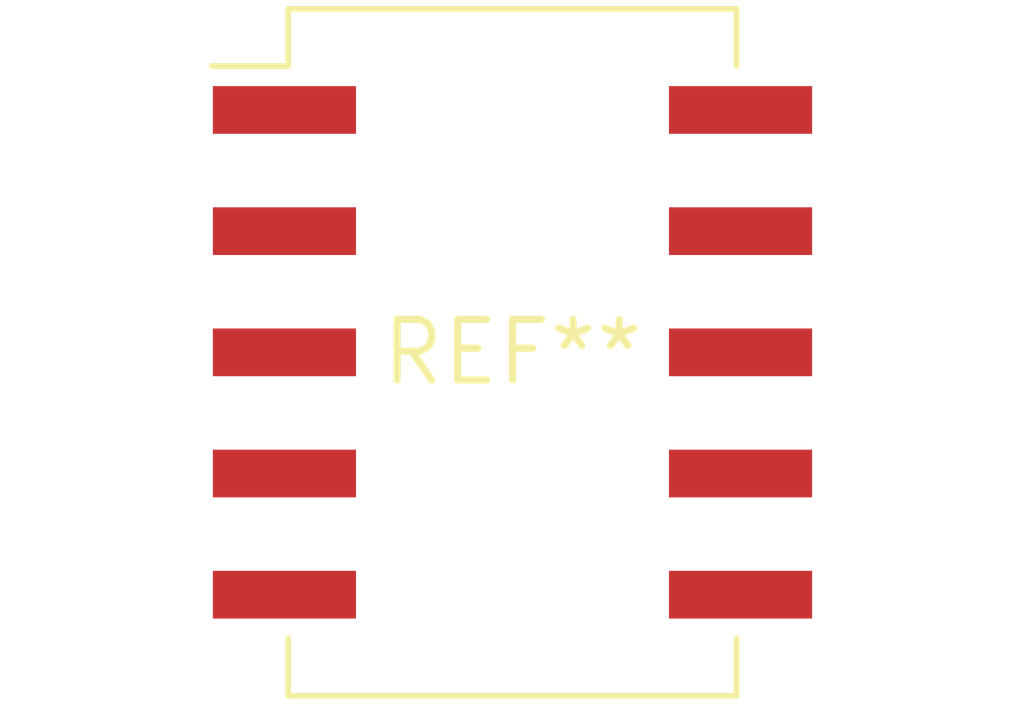
<source format=kicad_pcb>
(kicad_pcb (version 20240108) (generator pcbnew)
  (layers (0 "F.Cu" signal) (31 "B.Cu" signal) (34 "B.Paste" user) (35 "F.Paste" user) (36 "B.SilkS" user "B.Silkscreen") (37 "F.SilkS" user "F.Silkscreen") (38 "B.Mask" user) (39 "F.Mask" user) (44 "Edge.Cuts" user))
  (net 0 "")
  (footprint "Relay_DPDT_FRT5_SMD" (layer "F.Cu") (at 0 0)
    (property "Reference" "REF**")
    (property "Value" "Relay_DPDT_FRT5_SMD")
    (fp_line (start -4.7 -7.2) (end -4.7 -6) (layer "F.SilkS") (stroke (width 0.12)))
    (fp_line (start -4.7 -7.2) (end 4.7 -7.2) (layer "F.SilkS") (stroke (width 0.12)))
    (fp_line (start -4.7 -6) (end -6.3 -6) (layer "F.SilkS") (stroke (width 0.12)))
    (fp_line (start -4.7 7.2) (end -4.7 6) (layer "F.SilkS") (stroke (width 0.12)))
    (fp_line (start 4.7 -7.2) (end 4.7 -6) (layer "F.SilkS") (stroke (width 0.12)))
    (fp_line (start 4.7 7.2) (end -4.7 7.2) (layer "F.SilkS") (stroke (width 0.12)))
    (fp_line (start 4.7 7.2) (end 4.7 6) (layer "F.SilkS") (stroke (width 0.12)))
    (pad "1" smd rect (at -4.78 -5.08) (size 3 1) (layers "F.Cu" "F.Paste" "F.Mask"))
    (pad "2" smd rect (at -4.78 -2.54) (size 3 1) (layers "F.Cu" "F.Paste" "F.Mask"))
    (pad "3" smd rect (at -4.78 0) (size 3 1) (layers "F.Cu" "F.Paste" "F.Mask"))
    (pad "4" smd rect (at -4.78 2.54) (size 3 1) (layers "F.Cu" "F.Paste" "F.Mask"))
    (pad "5" smd rect (at -4.78 5.08) (size 3 1) (layers "F.Cu" "F.Paste" "F.Mask"))
    (pad "6" smd rect (at 4.78 5.08) (size 3 1) (layers "F.Cu" "F.Paste" "F.Mask"))
    (pad "7" smd rect (at 4.78 2.54) (size 3 1) (layers "F.Cu" "F.Paste" "F.Mask"))
    (pad "8" smd rect (at 4.78 0) (size 3 1) (layers "F.Cu" "F.Paste" "F.Mask"))
    (pad "9" smd rect (at 4.78 -2.54) (size 3 1) (layers "F.Cu" "F.Paste" "F.Mask"))
    (pad "10" smd rect (at 4.78 -5.08) (size 3 1) (layers "F.Cu" "F.Paste" "F.Mask"))
  )
)
</source>
